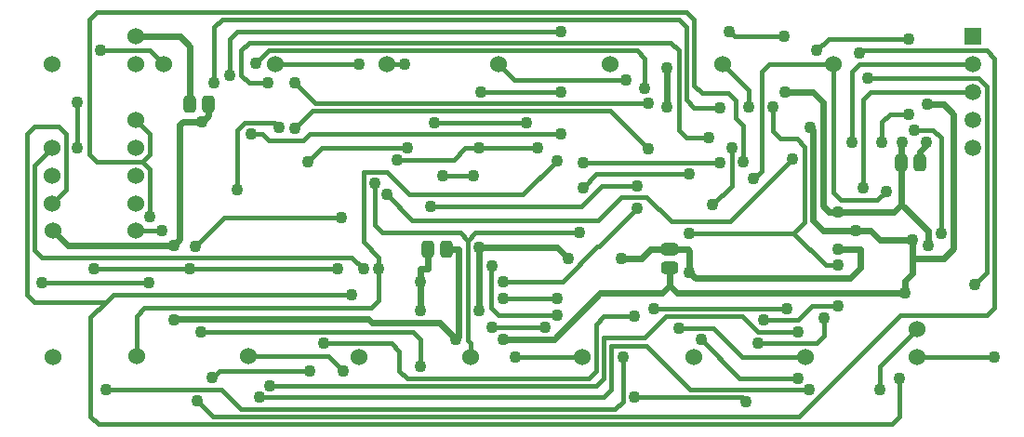
<source format=gbl>
G04 DipTrace 5.0.0.1*
G04 mem-ext-512-sip.GBL*
%MOIN*%
G04 #@! TF.FileFunction,Copper,L2,Bot*
G04 #@! TF.Part,Single*
%AMOUTLINE0*
4,1,28,
0.028937,0.012007,
0.028937,-0.012008,
0.028601,-0.014556,
0.027618,-0.01693,
0.026054,-0.018968,
0.024015,-0.020532,
0.021642,-0.021515,
0.019094,-0.021851,
-0.019095,-0.02185,
-0.021642,-0.021515,
-0.024016,-0.020531,
-0.026054,-0.018967,
-0.027619,-0.016929,
-0.028602,-0.014555,
-0.028937,-0.012007,
-0.028937,0.012008,
-0.028601,0.014556,
-0.027618,0.01693,
-0.026054,0.018968,
-0.024015,0.020532,
-0.021642,0.021515,
-0.019094,0.021851,
0.019095,0.02185,
0.021642,0.021515,
0.024016,0.020531,
0.026054,0.018967,
0.027619,0.016929,
0.028602,0.014555,
0.028937,0.012007,
0*%
%AMOUTLINE3*
4,1,28,
-0.028937,-0.012007,
-0.028937,0.012008,
-0.028601,0.014556,
-0.027618,0.01693,
-0.026054,0.018968,
-0.024015,0.020532,
-0.021642,0.021515,
-0.019094,0.021851,
0.019095,0.02185,
0.021642,0.021515,
0.024016,0.020531,
0.026054,0.018967,
0.027619,0.016929,
0.028602,0.014555,
0.028937,0.012007,
0.028937,-0.012008,
0.028601,-0.014556,
0.027618,-0.01693,
0.026054,-0.018968,
0.024015,-0.020532,
0.021642,-0.021515,
0.019094,-0.021851,
-0.019095,-0.02185,
-0.021642,-0.021515,
-0.024016,-0.020531,
-0.026054,-0.018967,
-0.027619,-0.016929,
-0.028602,-0.014555,
-0.028937,-0.012007,
0*%
%AMOUTLINE6*
4,1,28,
0.01201,-0.028936,
-0.012006,-0.028938,
-0.014553,-0.028603,
-0.016927,-0.02762,
-0.018965,-0.026056,
-0.02053,-0.024017,
-0.021513,-0.021644,
-0.021849,-0.019096,
-0.021852,0.019093,
-0.021517,0.02164,
-0.020534,0.024014,
-0.01897,0.026053,
-0.016931,0.027617,
-0.014558,0.0286,
-0.01201,0.028936,
0.012006,0.028938,
0.014553,0.028603,
0.016927,0.02762,
0.018965,0.026056,
0.02053,0.024017,
0.021513,0.021644,
0.021849,0.019096,
0.021852,-0.019093,
0.021517,-0.02164,
0.020534,-0.024014,
0.01897,-0.026053,
0.016931,-0.027617,
0.014558,-0.0286,
0.01201,-0.028936,
0*%
%AMOUTLINE9*
4,1,28,
-0.01201,0.028936,
0.012006,0.028938,
0.014553,0.028603,
0.016927,0.02762,
0.018965,0.026056,
0.02053,0.024017,
0.021513,0.021644,
0.021849,0.019096,
0.021852,-0.019093,
0.021517,-0.02164,
0.020534,-0.024014,
0.01897,-0.026053,
0.016931,-0.027617,
0.014558,-0.0286,
0.01201,-0.028936,
-0.012006,-0.028938,
-0.014553,-0.028603,
-0.016927,-0.02762,
-0.018965,-0.026056,
-0.02053,-0.024017,
-0.021513,-0.021644,
-0.021849,-0.019096,
-0.021852,0.019093,
-0.021517,0.02164,
-0.020534,0.024014,
-0.01897,0.026053,
-0.016931,0.027617,
-0.014558,0.0286,
-0.01201,0.028936,
0*%
%AMOUTLINE12*
4,1,28,
0.012008,-0.028937,
-0.012008,-0.028937,
-0.014555,-0.028602,
-0.016929,-0.027618,
-0.018968,-0.026054,
-0.020532,-0.024016,
-0.021515,-0.021642,
-0.02185,-0.019094,
-0.02185,0.019094,
-0.021515,0.021642,
-0.020532,0.024016,
-0.018968,0.026054,
-0.016929,0.027618,
-0.014555,0.028602,
-0.012008,0.028937,
0.012008,0.028937,
0.014555,0.028602,
0.016929,0.027618,
0.018968,0.026054,
0.020532,0.024016,
0.021515,0.021642,
0.02185,0.019094,
0.02185,-0.019094,
0.021515,-0.021642,
0.020532,-0.024016,
0.018968,-0.026054,
0.016929,-0.027618,
0.014555,-0.028602,
0.012008,-0.028937,
0*%
%AMOUTLINE15*
4,1,28,
-0.012008,0.028937,
0.012008,0.028937,
0.014555,0.028602,
0.016929,0.027618,
0.018968,0.026054,
0.020532,0.024016,
0.021515,0.021642,
0.02185,0.019094,
0.02185,-0.019094,
0.021515,-0.021642,
0.020532,-0.024016,
0.018968,-0.026054,
0.016929,-0.027618,
0.014555,-0.028602,
0.012008,-0.028937,
-0.012008,-0.028937,
-0.014555,-0.028602,
-0.016929,-0.027618,
-0.018968,-0.026054,
-0.020532,-0.024016,
-0.021515,-0.021642,
-0.02185,-0.019094,
-0.02185,0.019094,
-0.021515,0.021642,
-0.020532,0.024016,
-0.018968,0.026054,
-0.016929,0.027618,
-0.014555,0.028602,
-0.012008,0.028937,
0*%
G04 #@! TA.AperFunction,Conductor*
%ADD15C,0.015748*%
%ADD16C,0.023622*%
G04 #@! TA.AperFunction,ComponentPad*
%ADD19C,0.06*%
%ADD20R,0.059055X0.059055*%
%ADD21C,0.059055*%
G04 #@! TA.AperFunction,ViaPad*
%ADD22C,0.043307*%
%ADD36OUTLINE0*%
%ADD39OUTLINE3*%
%ADD42OUTLINE6*%
%ADD45OUTLINE9*%
%ADD48OUTLINE12*%
%ADD51OUTLINE15*%
%FSLAX26Y26*%
G04*
G70*
G90*
G75*
G01*
G04 Bottom*
%LPD*%
X3410045Y1463584D2*
D15*
Y1716142D1*
X3437602Y1743701D1*
X3843698D1*
X2366647Y1493702D2*
X1466698D1*
X1444261Y1471265D1*
X1321143D1*
X1299021Y1493387D1*
X1257682D1*
X2366647Y1645277D2*
X2081608D1*
X3257678Y576773D2*
X2830789D1*
X2672521Y735041D1*
X2548505D1*
Y576773D1*
X2520946Y549214D1*
X1286171D1*
X3643701Y793701D2*
X3512021Y662021D1*
Y576773D1*
X3072525Y743387D2*
X3282486D1*
X3310045Y770946D1*
Y835041D1*
X506560Y960438D2*
X889241D1*
X3451383Y1302367D2*
Y1616142D1*
X3478942Y1643701D1*
X3843701D1*
X717986Y1793387D2*
X894014D1*
X943701Y1743701D1*
X1343701D2*
X1644686Y1743702D1*
X1743701Y1743701D2*
X1807167Y1743702D1*
X2599324Y1686615D2*
X2200786D1*
X2143701Y1743701D1*
X3127643Y1589765D2*
Y1503990D1*
X3155202Y1476430D1*
X3212604D1*
X3240163Y1448871D1*
Y1178293D1*
X3200793Y1138923D1*
X3317155Y1022560D1*
X3360045D1*
X3040556Y1589765D2*
Y1651045D1*
X2947900Y1743701D1*
X2828352Y1350399D2*
X2493869D1*
X2445777Y1302308D1*
X3200793Y1138923D2*
X2828352D1*
X3059056Y1335041D2*
X3086304Y1362289D1*
Y1716139D1*
X3113866Y1743701D1*
X3343701D1*
X2938588Y1391738D2*
X2445777D1*
X3343701Y1743701D2*
Y1283471D1*
X3371261Y1255911D1*
X3502371D1*
X3535045Y1288584D1*
X843701Y1843701D2*
D16*
X1003072D1*
X1038508Y1808265D1*
Y1600782D1*
X1865159Y861497D2*
Y964375D1*
X3360045Y1081112D2*
X3440753D1*
Y1012718D1*
X3405320Y977285D1*
X2850004D1*
X2828352Y998938D1*
X3172364Y1644151D2*
X3271659D1*
X3307092Y1608718D1*
Y1236226D1*
X3328745Y1214572D1*
X3360045D1*
X2748537Y1730525D2*
Y1589765D1*
X2394206Y1047856D2*
X2353680Y1088383D1*
X2075304D1*
X3360045Y1214572D2*
X3561049D1*
X3588609Y1242134D1*
Y1389429D1*
X1865159Y964375D2*
Y1009651D1*
X1889892D1*
Y1079907D1*
X2758052Y1079843D2*
X2688159D1*
X2656172Y1047856D1*
X2585545D1*
X2828352Y998938D2*
Y1075593D1*
X2824102Y1079843D1*
X2758052D1*
X3588609Y1389429D2*
Y1462031D1*
X3590163Y1463584D1*
X3588609Y1242134D2*
X3684257Y1146486D1*
Y1092911D1*
X2075304Y1088383D2*
Y861497D1*
X3614966Y1563978D2*
D15*
X3546265D1*
X3518706Y1536419D1*
Y1463584D1*
X3285438Y1792915D2*
X3326776Y1834253D1*
X3614966D1*
X3634084Y1508860D2*
X3701974D1*
X3729533Y1481301D1*
Y1138186D1*
X3468706Y1692915D2*
X3865356D1*
X3892915Y1665356D1*
Y996457D1*
X3851576Y955119D1*
X2366647Y1862285D2*
X1207801D1*
X1180241Y1834726D1*
Y1705316D1*
X3166718Y1842600D2*
X2989710D1*
X2970025Y1862285D1*
X3198824Y1403934D2*
X2975151Y1180261D1*
X2763005D1*
X2675545Y1267722D1*
X2583570D1*
X2500895Y1185049D1*
X1833856D1*
X1742722Y1276182D1*
X2682001Y1603938D2*
X1488749D1*
X1414930Y1677757D1*
X1414139Y1512604D2*
X1477915Y1576379D1*
X2545175D1*
X2682001Y1439552D1*
X2640663Y1309060D2*
X2514675D1*
X2440458Y1234844D1*
X1901151D1*
X3177364Y867403D2*
X2702364D1*
X1358466Y1516348D2*
X1340088Y1534726D1*
X1233588D1*
X1206029Y1507167D1*
Y1293387D1*
X2938592Y1588923D2*
X2844995D1*
X2817434Y1616482D1*
Y1876064D1*
X2789875Y1903623D1*
X1152682D1*
X1125123Y1876064D1*
Y1677757D1*
X1325147Y590552D2*
X2493387D1*
X2520946Y618112D1*
Y762600D1*
X2666458D1*
X2743702Y839844D1*
X3017541D1*
X3072659Y784726D1*
X3218702D1*
X1318702Y1677757D2*
X1249139D1*
X1221580Y1705316D1*
Y1793387D1*
X1249139Y1820946D1*
X2762316D1*
X2789875Y1793387D1*
Y1508450D1*
X2817434Y1480891D1*
X2897249D1*
X3031112Y535434D2*
X3017331Y549214D1*
X2631182D1*
X3437604Y1785041D2*
X3445478Y1792915D1*
X3892915D1*
X3920474Y1765356D1*
Y870948D1*
X3892915Y843387D1*
X3582919D1*
X3219848Y480316D1*
X1121068D1*
X1063584Y537801D1*
X2352867Y1397245D2*
X2231804Y1276182D1*
X1825400D1*
X1742722Y1358860D1*
X1660045D1*
Y1106097D1*
X1715159Y1050982D1*
Y1009643D1*
Y897455D1*
X1687600Y869895D1*
X875459D1*
X847900Y842336D1*
Y697900D1*
X2311529Y802442D2*
X2120978D1*
X1587600Y644017D2*
X1533717Y697900D1*
X1247900D1*
X2159954Y905324D2*
X2352867D1*
X1701383Y1317521D2*
Y1167112D1*
X1728942Y1139552D1*
X2006403D1*
X2033962Y1111993D1*
Y753126D1*
X2043701Y743387D1*
Y693701D1*
X2033962Y1111993D2*
X2061521Y1139552D1*
X2435545D1*
X2443701Y693701D2*
X2205230Y693702D1*
X1460041Y1393387D2*
X1510360Y1443706D1*
X1818702D1*
X2589844Y693702D2*
Y535434D1*
X2562285Y507875D1*
X1221328D1*
X1150064Y579139D1*
X736950D1*
X1914930Y1535041D2*
X2242631D1*
X1942490Y1343702D2*
X2052726D1*
X2352867Y843781D2*
X2144202D1*
X2116643Y871340D1*
Y1015556D1*
X2120580Y1019493D1*
X2789871Y798505D2*
X2912736D1*
X3017541Y693701D1*
X3243701D1*
X2283970Y1443702D2*
X2075304D1*
X3643701Y693701D2*
X3920474Y693702D1*
X2075304Y1443702D2*
X2024533D1*
X1983198Y1402367D1*
X1779726D1*
X543701Y1443701D2*
X480320Y1380320D1*
Y1078541D1*
X507879Y1050982D1*
X1618701D1*
X1660041Y1009643D1*
X1274923Y1746655D2*
X1321655Y1793387D1*
X2640663D1*
X2668222Y1765828D1*
Y1659056D1*
X634726Y1443702D2*
Y1607167D1*
X3580919Y618112D2*
Y480316D1*
X3553360Y452757D1*
X709387D1*
X681828Y480316D1*
Y836419D1*
X736950Y891541D1*
X480320D1*
X452761Y919100D1*
Y1493387D1*
X480320Y1520946D1*
X565828D1*
X593387Y1493387D1*
Y1293387D1*
X543701Y1243701D1*
X3218702Y618112D2*
X3008747D1*
X2869690Y757167D1*
X736950Y891541D2*
X764509Y919100D1*
X1618702D1*
X695612Y1009643D2*
X1036025D1*
X2159954Y964379D2*
X2373135D1*
X2497950Y1089194D1*
X2503474D1*
X2640663Y1226383D1*
X1058741Y1092320D2*
X1159927Y1193505D1*
X1582324D1*
X1036025Y1009643D2*
X1568702D1*
X1518702Y743387D2*
X1760811D1*
X1788370Y715828D1*
Y645671D1*
X1815930Y618112D1*
X2465827D1*
X2493387Y645671D1*
Y812285D1*
X2520946Y839844D1*
X2630820D1*
X1468702Y645671D2*
X1143891D1*
X1118698Y620478D1*
X3021265Y1393698D2*
Y1522836D1*
X2993706Y1550395D1*
Y1612655D1*
X2966147Y1640214D1*
X2872552D1*
X2844993Y1667773D1*
Y1903623D1*
X2817434Y1931182D1*
X704206D1*
X676647Y1903623D1*
Y1421572D1*
X704206Y1394013D1*
X865828D1*
X893387Y1421572D1*
Y1494014D1*
X843701Y1543701D1*
X893387Y1197588D2*
Y1366454D1*
X865828Y1394013D1*
X2911029Y1240167D2*
X2979927Y1309064D1*
Y1443698D1*
X1077360Y784726D2*
X1837600D1*
X1865159Y757167D1*
Y659450D1*
X938663Y1147903D2*
X843701Y1147900D1*
X3360045Y876379D2*
X3269017D1*
X3218702Y826064D1*
X3094686D1*
X3679360Y1600986D2*
D16*
X3739375D1*
X3774808Y1565552D1*
Y1083068D1*
X3739375Y1047635D1*
X3627171D1*
Y993710D1*
X3602364Y968903D1*
Y923627D1*
X3627171Y1047635D2*
Y1114175D1*
X547900Y1147900D2*
X601524Y1094277D1*
X980001D1*
X3602364Y923627D2*
X2785612D1*
X2758052Y951186D1*
Y1012913D1*
Y951186D2*
X2730492Y923627D1*
X2508934D1*
X2342474Y757167D1*
X2159954D1*
X3425399Y1148816D2*
X3307092D1*
X3271659Y1184249D1*
Y1507927D1*
X3261816Y1517769D1*
X3627171Y1114175D2*
X3510828D1*
X3476186Y1148816D1*
X3425399D1*
X1080395Y1538663D2*
X1083785D1*
X1105437Y1560316D1*
Y1600787D1*
X980001Y1094277D2*
X1001655Y1115930D1*
Y1526852D1*
X1013466Y1538663D1*
X1080395D1*
X1992249Y757167D2*
X2002294Y767213D1*
Y1079909D1*
X1956822D1*
X980001Y828556D2*
X981446Y830001D1*
X1676777D1*
X1690556Y816222D1*
X1933194D1*
X1992249Y757167D1*
X3678513Y1464948D2*
Y1453154D1*
X3655538Y1430178D1*
Y1389429D1*
D22*
X3410045Y1463584D3*
X2081608Y1645277D3*
X2366647D3*
X1257682Y1493387D3*
X2366647Y1493702D3*
X1286171Y549214D3*
X3257678Y576773D3*
X3512021D3*
X3310045Y835041D3*
X3072525Y743387D3*
X889241Y960438D3*
X506560D3*
X3451383Y1302367D3*
X717986Y1793387D3*
X1644686Y1743702D3*
X1807167D3*
X2599324Y1686615D3*
X3360045Y1022560D3*
X3127643Y1589765D3*
X3040556D3*
X2445777Y1302308D3*
X2828352Y1350399D3*
Y1138923D3*
X3535045Y1288584D3*
X2445777Y1391738D3*
X2938588D3*
X3059056Y1335041D3*
X2828352Y998938D3*
X2748537Y1589765D3*
Y1730525D3*
X3172364Y1644151D3*
X2075304Y861497D3*
X1865159D3*
X2585545Y1047856D3*
X2394206D3*
X3360045Y1081112D3*
X3684257Y1092911D3*
X3590163Y1463584D3*
X3360045Y1214572D3*
X1865159Y964375D3*
X2075304Y1088383D3*
X3518706Y1463584D3*
X3614966Y1563978D3*
Y1834253D3*
X3285438Y1792915D3*
X3729533Y1138186D3*
X3634084Y1508860D3*
X3851576Y955119D3*
X3468706Y1692915D3*
X1180241Y1705316D3*
X2366647Y1862285D3*
X2970025D3*
X3166718Y1842600D3*
X1742722Y1276182D3*
X3198824Y1403934D3*
X1414930Y1677757D3*
X2682001Y1603938D3*
Y1439552D3*
X1414139Y1512604D3*
X1901151Y1234844D3*
X2640663Y1309060D3*
X2702364Y867403D3*
X3177364D3*
X1206029Y1293387D3*
X1358466Y1516348D3*
X1125123Y1677757D3*
X2938592Y1588923D3*
X3218702Y784726D3*
X1325147Y590552D3*
X2897249Y1480891D3*
X1318702Y1677757D3*
X2631182Y549214D3*
X3031112Y535434D3*
X1063584Y537801D3*
X3437604Y1785041D3*
X2352867Y1397245D3*
X1715159Y1009643D3*
X2120978Y802442D3*
X2311529D3*
X1587600Y644017D3*
X2352867Y905324D3*
X2159954D3*
X1701383Y1317521D3*
X2435545Y1139552D3*
X2205230Y693702D3*
X1818702Y1443706D3*
X1460041Y1393387D3*
X736950Y579139D3*
X2589844Y693702D3*
X2242631Y1535041D3*
X1914930D3*
X2052726Y1343702D3*
X2120580Y1019493D3*
X2352867Y843781D3*
X1942490Y1343702D3*
X2789871Y798505D3*
X1779726Y1402367D3*
X2283970Y1443702D3*
X3920474Y693702D3*
X2075304Y1443702D3*
X1660041Y1009643D3*
X2668222Y1659056D3*
X1274923Y1746655D3*
X634726Y1607167D3*
Y1443702D3*
X2869690Y757167D3*
X3218702Y618112D3*
X3580919D3*
X1618702Y919100D3*
X1568702Y1009643D3*
X2640663Y1226383D3*
X2159954Y964379D3*
X1582324Y1193505D3*
X1058741Y1092320D3*
X695612Y1009643D3*
X1036025D3*
X2630820Y839844D3*
X1518702Y743387D3*
X1118698Y620478D3*
X1468702Y645671D3*
X3021265Y1393698D3*
X893387Y1197588D3*
X2979927Y1443698D3*
X2911029Y1240167D3*
X1865159Y659450D3*
X1077360Y784726D3*
X938663Y1147903D3*
X3094686Y826064D3*
X3360045Y876379D3*
X3261816Y1517769D3*
X1080395Y1538663D3*
X3678513Y1464948D3*
X980001Y828556D3*
Y1094277D3*
X1992249Y757167D3*
X2159954D3*
X3425399Y1148816D3*
X3602364Y923627D3*
X3679360Y1600986D3*
X3627171Y1114175D3*
D36*
X2758052Y1012913D3*
D39*
X2758053Y1079843D3*
D42*
X1038508Y1600782D3*
D45*
X1105437Y1600787D3*
D42*
X1889892Y1079906D3*
D45*
X1956822Y1079910D3*
D48*
X3588609Y1389429D3*
D51*
X3655538D3*
D19*
X3643701Y793701D3*
X843701Y1743701D3*
Y1243701D3*
Y1843701D3*
Y1443701D3*
X547900Y1147900D3*
X543701Y1443701D3*
Y1243701D3*
X843701Y1343701D3*
Y1543701D3*
Y1147900D3*
X543701Y1343701D3*
X2543701Y1743701D3*
X1743701D3*
X543701D3*
X943701D3*
X2143701D3*
X2947900D3*
X3343701D3*
X1343701D3*
X2843701Y693701D3*
X2043701D3*
X847900Y697900D3*
X1247900D3*
X2443701Y693701D3*
X3243701D3*
X3643701D3*
X1643701D3*
X547900D3*
D20*
X3843696Y1843701D3*
D21*
X3843698Y1743701D3*
X3843701Y1643701D3*
X3843703Y1543701D3*
X3843706Y1443701D3*
M02*

</source>
